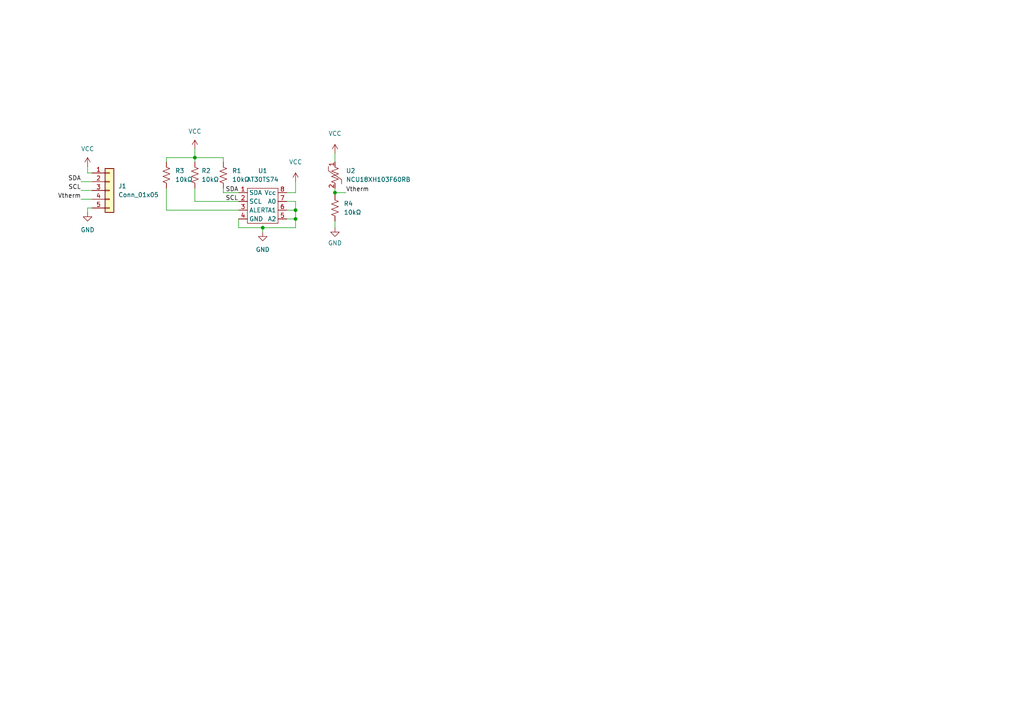
<source format=kicad_sch>
(kicad_sch (version 20211123) (generator eeschema)
  (paper "A4")
  (lib_symbols
    (symbol "Connector_Generic:Conn_01x05" (pin_names (offset 1.016) hide)
      (property "Reference" "J" (at 0 7.62 0))
      (property "Value" "Conn_01x05" (at 0 -7.62 0))
      (symbol "Conn_01x05_1_1"
        (rectangle (start -1.27 -4.953) (end 0 -5.207) (stroke (width 0.1524)))
        (rectangle (start -1.27 -2.413) (end 0 -2.667) (stroke (width 0.1524)))
        (rectangle (start -1.27 0.127) (end 0 -0.127) (stroke (width 0.1524)))
        (rectangle (start -1.27 2.667) (end 0 2.413) (stroke (width 0.1524)))
        (rectangle (start -1.27 5.207) (end 0 4.953) (stroke (width 0.1524)))
        (rectangle (start -1.27 6.35) (end 1.27 -6.35) (stroke (width 0.254)) (fill (type background)))
        (pin passive line (at -5.08 5.08 0) (length 3.81) (name "Pin_1") (number "1"))
        (pin passive line (at -5.08 2.54 0) (length 3.81) (name "Pin_2") (number "2"))
        (pin passive line (at -5.08 0 0) (length 3.81) (name "Pin_3") (number "3"))
        (pin passive line (at -5.08 -2.54 0) (length 3.81) (name "Pin_4") (number "4"))
        (pin passive line (at -5.08 -5.08 0) (length 3.81) (name "Pin_5") (number "5"))
      )
    )
    (symbol "Device:R_US" (pin_numbers hide) (pin_names (offset 0))
      (property "Reference" "R" (at 2.54 0 90))
      (property "Value" "R_US" (at -2.54 0 90))
      (symbol "R_US_0_1"
        (polyline (pts (xy 0 -2.286) (xy 0 -2.54)))
        (polyline (pts (xy 0 2.286) (xy 0 2.54)))
        (polyline (pts (xy 0 -0.762) (xy 1.016 -1.143) (xy 0 -1.524) (xy -1.016 -1.905) (xy 0 -2.286)))
        (polyline (pts (xy 0 0.762) (xy 1.016 0.381) (xy 0 0) (xy -1.016 -0.381) (xy 0 -0.762)))
        (polyline (pts (xy 0 2.286) (xy 1.016 1.905) (xy 0 1.524) (xy -1.016 1.143) (xy 0 0.762)))
      )
      (symbol "R_US_1_1"
        (pin passive line (at 0 3.81 270) (length 1.27) (name "~") (number "1"))
        (pin passive line (at 0 -3.81 90) (length 1.27) (name "~") (number "2"))
      )
    )
    (symbol "Temp Sensors:AT30TS74"
      (property "Reference" "U" (at 0 0 0))
      (property "Value" "AT30TS74" (at 0 0 0))
      (symbol "AT30TS74_0_1"
        (rectangle (start -3.81 13.97) (end 5.08 3.81))
      )
      (symbol "AT30TS74_1_1"
        (pin bidirectional line (at -6.35 12.7 0) (length 2.54) (name "SDA") (number "1"))
        (pin input line (at -6.35 10.16 0) (length 2.54) (name "SCL") (number "2"))
        (pin output line (at -6.35 7.62 0) (length 2.54) (name "ALERT") (number "3"))
        (pin input line (at -6.35 5.08 0) (length 2.54) (name "GND") (number "4"))
        (pin input line (at 7.62 5.08 180) (length 2.54) (name "A2") (number "5"))
        (pin input line (at 7.62 7.62 180) (length 2.54) (name "A1") (number "6"))
        (pin input line (at 7.62 10.16 180) (length 2.54) (name "A0") (number "7"))
        (pin input line (at 7.62 12.7 180) (length 2.54) (name "Vcc") (number "8"))
      )
    )
    (symbol "Temp Sensors:NCU18XH103F60RB"
      (property "Reference" "U" (at 0 0 0))
      (property "Value" "NCU18XH103F60RB" (at 0 0 0))
      (symbol "NCU18XH103F60RB_0_1"
        (polyline (pts (xy 0 6.604) (xy 0 6.35)))
        (polyline (pts (xy 0 11.176) (xy 0 11.43)))
        (polyline (pts (xy 1.905 7.62) (xy 1.905 6.35)))
        (polyline (pts (xy -1.905 11.43) (xy -1.905 10.16) (xy 1.905 7.62)))
        (polyline (pts (xy 0 8.128) (xy 1.016 7.747) (xy 0 7.366) (xy -1.016 6.985) (xy 0 6.604)))
        (polyline (pts (xy 0 9.652) (xy 1.016 9.271) (xy 0 8.89) (xy -1.016 8.509) (xy 0 8.128)))
        (polyline (pts (xy 0 11.176) (xy 1.016 10.795) (xy 0 10.414) (xy -1.016 10.033) (xy 0 9.652)))
      )
      (symbol "NCU18XH103F60RB_1_1"
        (pin passive line (at 0 12.7 270) (length 1.27) (name "") (number "1"))
        (pin passive line (at 0 5.08 90) (length 1.27) (name "~") (number "2"))
      )
    )
    (symbol "power:GND" (power) (pin_names (offset 0))
      (property "Value" "GND" (at 0 -3.81 0))
      (symbol "GND_0_1"
        (polyline (pts (xy 0 0) (xy 0 -1.27) (xy 1.27 -1.27) (xy 0 -2.54) (xy -1.27 -1.27) (xy 0 -1.27)))
      )
      (symbol "GND_1_1"
        (pin power_in line (at 0 0 270) (length 0) hide (name "GND") (number "1"))
      )
    )
    (symbol "power:VCC" (power) (pin_names (offset 0))
      (property "Value" "VCC" (at 0 3.81 0))
      (symbol "VCC_0_1"
        (polyline (pts (xy -0.762 1.27) (xy 0 2.54)))
        (polyline (pts (xy 0 0) (xy 0 2.54)))
        (polyline (pts (xy 0 2.54) (xy 0.762 1.27)))
      )
      (symbol "VCC_1_1"
        (pin power_in line (at 0 0 90) (length 0) hide (name "VCC") (number "1"))
      )
    )
  )
  (junction (at 76.2 66.04))
  (junction (at 85.725 63.5))
  (junction (at 85.725 60.96))
  (junction (at 97.155 55.88))
  (junction (at 56.515 45.72))
  (wire (pts (xy 69.215 63.5) (xy 69.215 66.04)))
  (wire (pts (xy 83.185 55.88) (xy 85.725 55.88)))
  (wire (pts (xy 69.215 60.96) (xy 48.26 60.96)))
  (wire (pts (xy 48.26 45.72) (xy 56.515 45.72)))
  (wire (pts (xy 69.215 55.88) (xy 64.77 55.88)))
  (wire (pts (xy 25.4 48.26) (xy 25.4 50.165)))
  (wire (pts (xy 97.155 64.135) (xy 97.155 66.04)))
  (wire (pts (xy 85.725 58.42) (xy 85.725 60.96)))
  (wire (pts (xy 48.26 45.72) (xy 48.26 46.99)))
  (wire (pts (xy 56.515 45.72) (xy 64.77 45.72)))
  (wire (pts (xy 48.26 54.61) (xy 48.26 60.96)))
  (wire (pts (xy 25.4 50.165) (xy 26.67 50.165)))
  (wire (pts (xy 25.4 60.325) (xy 25.4 61.595)))
  (wire (pts (xy 85.725 66.04) (xy 76.2 66.04)))
  (wire (pts (xy 85.725 60.96) (xy 85.725 63.5)))
  (wire (pts (xy 97.155 55.88) (xy 97.155 56.515)))
  (wire (pts (xy 56.515 45.72) (xy 56.515 46.99)))
  (wire (pts (xy 69.215 66.04) (xy 76.2 66.04)))
  (wire (pts (xy 64.77 46.99) (xy 64.77 45.72)))
  (wire (pts (xy 23.495 57.785) (xy 26.67 57.785)))
  (wire (pts (xy 83.185 58.42) (xy 85.725 58.42)))
  (wire (pts (xy 97.155 44.45) (xy 97.155 46.99)))
  (wire (pts (xy 56.515 54.61) (xy 56.515 58.42)))
  (wire (pts (xy 85.725 63.5) (xy 85.725 66.04)))
  (wire (pts (xy 23.495 55.245) (xy 26.67 55.245)))
  (wire (pts (xy 97.155 55.88) (xy 100.33 55.88)))
  (wire (pts (xy 23.495 52.705) (xy 26.67 52.705)))
  (wire (pts (xy 76.2 66.04) (xy 76.2 67.31)))
  (wire (pts (xy 64.77 54.61) (xy 64.77 55.88)))
  (wire (pts (xy 69.215 58.42) (xy 56.515 58.42)))
  (wire (pts (xy 85.725 52.705) (xy 85.725 55.88)))
  (wire (pts (xy 97.155 54.61) (xy 97.155 55.88)))
  (wire (pts (xy 83.185 60.96) (xy 85.725 60.96)))
  (wire (pts (xy 26.67 60.325) (xy 25.4 60.325)))
  (wire (pts (xy 56.515 43.18) (xy 56.515 45.72)))
  (wire (pts (xy 83.185 63.5) (xy 85.725 63.5)))
  (label "SCL" (at 23.495 55.245 180))
  (label "Vtherm" (at 23.495 57.785 180))
  (label "SDA" (at 65.405 55.88 0))
  (label "SCL" (at 65.405 58.42 0))
  (label "Vtherm" (at 100.33 55.88 0))
  (label "SDA" (at 23.495 52.705 180))
  (symbol (lib_id "power:GND") (at 97.155 66.04 0) (unit 1)
    (property "Reference" "#PWR07" (effects hide))
    (property "Value" "GND" (at 97.155 70.485 0))
  )
  (symbol (lib_id "power:VCC") (at 97.155 44.45 0) (unit 1)
    (property "Reference" "#PWR06" (effects hide))
    (property "Value" "VCC" (at 97.155 38.735 0))
  )
  (symbol (lib_id "power:GND") (at 76.2 67.31 0) (unit 1)
    (property "Reference" "#PWR04" (effects hide))
    (property "Value" "GND" (at 76.2 72.39 0))
  )
  (symbol (lib_id "Device:R_US") (at 48.26 50.8 0) (unit 1)
    (property "Reference" "R3" (at 50.8 49.5299 0) (effects (justify left)))
    (property "Value" "10kΩ" (at 50.8 52.0699 0) (effects (justify left)))
    (property "Footprint" "Resistor_SMD:R_0805_2012Metric_Pad1.20x1.40mm_HandSolder" (effects hide))
  )
  (symbol (lib_id "power:VCC") (at 56.515 43.18 0) (unit 1)
    (property "Reference" "#PWR03" (effects hide))
    (property "Value" "VCC" (at 56.515 38.1 0))
  )
  (symbol (lib_id "power:GND") (at 25.4 61.595 0) (unit 1)
    (property "Reference" "#PWR02" (effects hide))
    (property "Value" "GND" (at 25.4 66.675 0))
  )
  (symbol (lib_id "Device:R_US") (at 64.77 50.8 0) (unit 1)
    (property "Reference" "R1" (at 67.31 49.5299 0) (effects (justify left)))
    (property "Value" "10kΩ" (at 67.31 52.0699 0) (effects (justify left)))
    (property "Footprint" "Resistor_SMD:R_0805_2012Metric_Pad1.20x1.40mm_HandSolder" (effects hide))
  )
  (symbol (lib_id "power:VCC") (at 85.725 52.705 0) (unit 1)
    (property "Reference" "#PWR05" (effects hide))
    (property "Value" "VCC" (at 85.725 46.99 0))
  )
  (symbol (lib_id "Device:R_US") (at 97.155 60.325 0) (unit 1)
    (property "Reference" "R4" (at 99.695 59.0549 0) (effects (justify left)))
    (property "Value" "10kΩ" (at 99.695 61.5949 0) (effects (justify left)))
    (property "Footprint" "Resistor_SMD:R_0805_2012Metric_Pad1.20x1.40mm_HandSolder" (effects hide))
  )
  (symbol (lib_id "power:VCC") (at 25.4 48.26 0) (unit 1)
    (property "Reference" "#PWR01" (effects hide))
    (property "Value" "VCC" (at 25.4 43.18 0))
  )
  (symbol (lib_id "Device:R_US") (at 56.515 50.8 0) (unit 1)
    (property "Reference" "R2" (at 58.42 49.5299 0) (effects (justify left)))
    (property "Value" "10kΩ" (at 58.42 52.0699 0) (effects (justify left)))
    (property "Footprint" "Resistor_SMD:R_0805_2012Metric_Pad1.20x1.40mm_HandSolder" (effects hide))
  )
  (symbol (lib_id "Temp Sensors:NCU18XH103F60RB") (at 97.155 59.69 0) (unit 1)
    (property "Reference" "U2" (at 100.33 49.5299 0) (effects (justify left)))
    (property "Value" "NCU18XH103F60RB" (at 100.33 52.0699 0) (effects (justify left)))
    (property "Footprint" "Resistor_SMD:R_0805_2012Metric_Pad1.20x1.40mm_HandSolder" (effects hide))
  )
  (symbol (lib_id "Temp Sensors:AT30TS74") (at 75.565 68.58 0) (unit 1)
    (property "Reference" "U1" (at 76.2 49.53 0))
    (property "Value" "AT30TS74" (at 76.2 52.07 0))
    (property "Footprint" "Package_SO:SOIC-8_3.9x4.9mm_P1.27mm" (effects hide))
  )
  (symbol (lib_id "Connector_Generic:Conn_01x05") (at 31.75 55.245 0) (unit 1)
    (property "Reference" "J1" (at 34.29 53.9749 0) (effects (justify left)))
    (property "Value" "Conn_01x05" (at 34.29 56.5149 0) (effects (justify left)))
    (property "Footprint" "Connector_PinHeader_2.54mm:PinHeader_1x05_P2.54mm_Vertical" (effects hide))
  )
)
</source>
